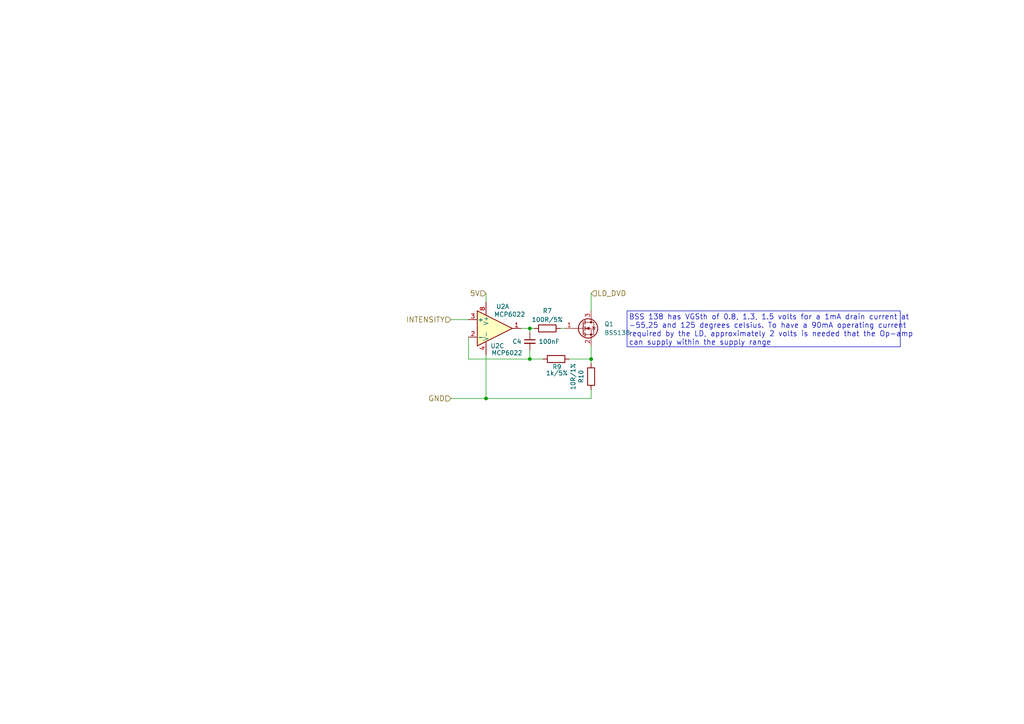
<source format=kicad_sch>
(kicad_sch (version 20231120) (generator "eeschema") (generator_version "8.0")
  (paper "A4")
  (lib_symbols
    (symbol "Amplifier_Operational:MCP6022" (pin_names (offset 0.127))
      (property "Reference" "U" (at 0 5.08 0))
      (property "Value" "MCP6022" (at 0 -5.08 0))
      (symbol "MCP6022_1_1"
        (polyline (pts (xy -5.08 5.08) (xy 5.08 0) (xy -5.08 -5.08) (xy -5.08 5.08)) (stroke (width 0.254)) (fill (type background)))
        (pin output line (at 7.62 0 180) (length 2.54) (name "~") (number "1"))
        (pin input line (at -7.62 -2.54 0) (length 2.54) (name "-") (number "2"))
        (pin input line (at -7.62 2.54 0) (length 2.54) (name "+") (number "3"))
      )
      (symbol "MCP6022_2_1"
        (polyline (pts (xy -5.08 5.08) (xy 5.08 0) (xy -5.08 -5.08) (xy -5.08 5.08)) (stroke (width 0.254)) (fill (type background)))
        (pin input line (at -7.62 2.54 0) (length 2.54) (name "+") (number "5"))
        (pin input line (at -7.62 -2.54 0) (length 2.54) (name "-") (number "6"))
        (pin output line (at 7.62 0 180) (length 2.54) (name "~") (number "7"))
      )
      (symbol "MCP6022_3_1"
        (pin power_in line (at -2.54 -7.62 90) (length 3.81) (name "V-") (number "4"))
        (pin power_in line (at -2.54 7.62 270) (length 3.81) (name "V+") (number "8"))
      )
    )
    (symbol "DVDLaserScanner-rescue:C_Small" (pin_numbers hide) (pin_names (offset 0.254) hide)
      (property "Reference" "C" (at 0.254 1.778 0))
      (property "Value" "C_Small" (at 0.254 -2.032 0))
      (symbol "C_Small_0_1"
        (polyline (pts (xy -1.524 -0.508) (xy 1.524 -0.508)) (stroke (width 0.3302)))
        (polyline (pts (xy -1.524 0.508) (xy 1.524 0.508)) (stroke (width 0.3048)))
      )
      (symbol "C_Small_1_1"
        (pin passive line (at 0 2.54 270) (length 2.032) (name "~") (number "1"))
        (pin passive line (at 0 -2.54 90) (length 2.032) (name "~") (number "2"))
      )
    )
    (symbol "DVDLaserScanner-rescue:R" (pin_numbers hide) (pin_names (offset 0))
      (property "Reference" "R" (at 2.032 0 90))
      (property "Value" "R" (at 0 0 90))
      (symbol "R_0_1"
        (rectangle (start -1.016 -2.54) (end 1.016 2.54) (stroke (width 0.254)))
      )
      (symbol "R_1_1"
        (pin passive line (at 0 3.81 270) (length 1.27) (name "~") (number "1"))
        (pin passive line (at 0 -3.81 90) (length 1.27) (name "~") (number "2"))
      )
    )
    (symbol "Transistor_FET:BSS138" (pin_names hide)
      (property "Reference" "Q" (at 5.08 1.905 0))
      (property "Value" "BSS138" (at 5.08 0 0))
      (symbol "BSS138_0_1"
        (polyline (pts (xy 0.254 0) (xy -2.54 0)))
        (polyline (pts (xy 0.254 1.905) (xy 0.254 -1.905)) (stroke (width 0.254)))
        (polyline (pts (xy 0.762 -1.27) (xy 0.762 -2.286)) (stroke (width 0.254)))
        (polyline (pts (xy 0.762 0.508) (xy 0.762 -0.508)) (stroke (width 0.254)))
        (polyline (pts (xy 0.762 2.286) (xy 0.762 1.27)) (stroke (width 0.254)))
        (polyline (pts (xy 2.54 2.54) (xy 2.54 1.778)))
        (polyline (pts (xy 2.54 -2.54) (xy 2.54 0) (xy 0.762 0)))
        (polyline (pts (xy 0.762 -1.778) (xy 3.302 -1.778) (xy 3.302 1.778) (xy 0.762 1.778)))
        (polyline (pts (xy 1.016 0) (xy 2.032 0.381) (xy 2.032 -0.381) (xy 1.016 0)) (fill (type outline)))
        (polyline (pts (xy 2.794 0.508) (xy 2.921 0.381) (xy 3.683 0.381) (xy 3.81 0.254)))
        (polyline (pts (xy 3.302 0.381) (xy 2.921 -0.254) (xy 3.683 -0.254) (xy 3.302 0.381)))
        (circle (center 1.651 0) (radius 2.794) (stroke (width 0.254)))
        (circle (center 2.54 -1.778) (radius 0.254) (fill (type outline)))
        (circle (center 2.54 1.778) (radius 0.254) (fill (type outline)))
      )
      (symbol "BSS138_1_1"
        (pin input line (at -5.08 0 0) (length 2.54) (name "G") (number "1"))
        (pin passive line (at 2.54 -5.08 90) (length 2.54) (name "S") (number "2"))
        (pin passive line (at 2.54 5.08 270) (length 2.54) (name "D") (number "3"))
      )
    )
  )
  (junction (at 171.45 104.14))
  (junction (at 153.67 95.25))
  (junction (at 153.67 104.14))
  (junction (at 140.97 115.57))
  (wire (pts (xy 171.45 104.14) (xy 171.45 105.41)))
  (wire (pts (xy 171.45 104.14) (xy 165.1 104.14)))
  (wire (pts (xy 153.67 104.14) (xy 157.48 104.14)))
  (wire (pts (xy 151.13 95.25) (xy 153.67 95.25)))
  (wire (pts (xy 140.97 102.87) (xy 140.97 115.57)))
  (wire (pts (xy 171.45 100.33) (xy 171.45 104.14)))
  (wire (pts (xy 153.67 101.6) (xy 153.67 104.14)))
  (wire (pts (xy 130.81 92.71) (xy 135.89 92.71)))
  (wire (pts (xy 171.45 85.09) (xy 171.45 90.17)))
  (wire (pts (xy 140.97 85.09) (xy 140.97 87.63)))
  (wire (pts (xy 153.67 95.25) (xy 153.67 96.52)))
  (wire (pts (xy 153.67 95.25) (xy 154.94 95.25)))
  (wire (pts (xy 130.81 115.57) (xy 140.97 115.57)))
  (wire (pts (xy 135.89 104.14) (xy 135.89 97.79)))
  (wire (pts (xy 135.89 104.14) (xy 153.67 104.14)))
  (wire (pts (xy 171.45 115.57) (xy 171.45 113.03)))
  (wire (pts (xy 162.56 95.25) (xy 163.83 95.25)))
  (wire (pts (xy 140.97 115.57) (xy 171.45 115.57)))
  (rectangle (start 181.864 90.17) (end 261.112 100.584))
  (text "BSS 138 has VGSth of 0.8, 1.3, 1.5 volts for a 1mA drain current at \n-55,25 and 125 degrees celsius. To have a 90mA operating current \nrequired by the LD, approximately 2 volts is needed that the Op-amp \ncan supply within the supply range" (at 182.372 91.186 0) (effects (font (size 1.524 1.524)) (justify left top)))
  (hierarchical_label "INTENSITY" (shape input) (at 130.81 92.71 180) (effects (font (size 1.524 1.524))))
  (hierarchical_label "GND" (shape input) (at 130.81 115.57 180) (effects (font (size 1.524 1.524))))
  (hierarchical_label "5V" (shape input) (at 140.97 85.09 180) (effects (font (size 1.524 1.524))))
  (hierarchical_label "LD_DVD" (shape input) (at 171.45 85.09 0) (effects (font (size 1.524 1.524))))
  (symbol (lib_id "Transistor_FET:BSS138") (at 168.91 95.25 0) (unit 1)
    (property "Reference" "Q1" (at 175.26 93.9799 0) (effects (justify left)))
    (property "Value" "BSS138" (at 175.26 96.5199 0) (effects (justify left)))
    (property "Footprint" "Package_TO_SOT_SMD:SOT-23" (effects (hide yes)))
    (property "Datasheet" "https://www.onsemi.com/pub/Collateral/BSS138-D.PDF" (effects (hide yes)))
    (property "Description" "50V Vds, 0.22A Id, N-Channel MOSFET, SOT-23" (effects (hide yes)))
  )
  (symbol (lib_id "DVDLaserScanner-rescue:R") (at 158.75 95.25 270) (unit 1)
    (property "Reference" "R7" (at 158.75 90.17 90))
    (property "Value" "100R/5%" (at 158.75 92.71 90))
    (property "Footprint" "GaudiLabsFootPrints:0805G" (effects (hide yes)))
  )
  (symbol (lib_id "DVDLaserScanner-rescue:C_Small") (at 153.67 99.06 0) (unit 1)
    (property "Reference" "C4" (at 148.59 99.06 0) (effects (justify left)))
    (property "Value" "100nF" (at 156.21 99.06 0) (effects (justify left)))
    (property "Footprint" "GaudiLabsFootPrints:0805G" (effects (hide yes)))
  )
  (symbol (lib_id "Amplifier_Operational:MCP6022") (at 143.51 95.25 0) (unit 3)
    (property "Reference" "U2" (at 142.24 100.33 0) (effects (justify left)))
    (property "Value" "MCP6022" (at 142.494 102.362 0) (effects (justify left)))
    (property "Footprint" "Package_DIP:DIP-6_W7.62mm" (effects (hide yes)))
    (property "Datasheet" "http://ww1.microchip.com/downloads/en/devicedoc/20001685e.pdf" (effects (hide yes)))
    (property "Description" "Dual Operational Amplifiers, Rail-to-Rail Input/Output, DIP-8/SOIC-8/TSSOP-8" (effects (hide yes)))
  )
  (symbol (lib_id "Amplifier_Operational:MCP6022") (at 143.51 95.25 0) (unit 1)
    (property "Reference" "U2" (at 145.796 88.9 0))
    (property "Value" "MCP6022" (at 147.828 91.186 0))
    (property "Footprint" "Package_DIP:DIP-6_W7.62mm" (effects (hide yes)))
    (property "Datasheet" "http://ww1.microchip.com/downloads/en/devicedoc/20001685e.pdf" (effects (hide yes)))
    (property "Description" "Dual Operational Amplifiers, Rail-to-Rail Input/Output, DIP-8/SOIC-8/TSSOP-8" (effects (hide yes)))
  )
  (symbol (lib_id "DVDLaserScanner-rescue:R") (at 171.45 109.22 180) (unit 1)
    (property "Reference" "R10" (at 168.529 109.22 90))
    (property "Value" "10R/1%" (at 166.2176 109.22 90))
    (property "Footprint" "GaudiLabsFootPrints:0805G" (effects (hide yes)))
  )
  (symbol (lib_id "DVDLaserScanner-rescue:R") (at 161.29 104.14 270) (unit 1)
    (property "Reference" "R9" (at 161.544 106.426 90))
    (property "Value" "1k/5%" (at 161.544 108.204 90))
    (property "Footprint" "GaudiLabsFootPrints:0805G" (effects (hide yes)))
  )
)
</source>
